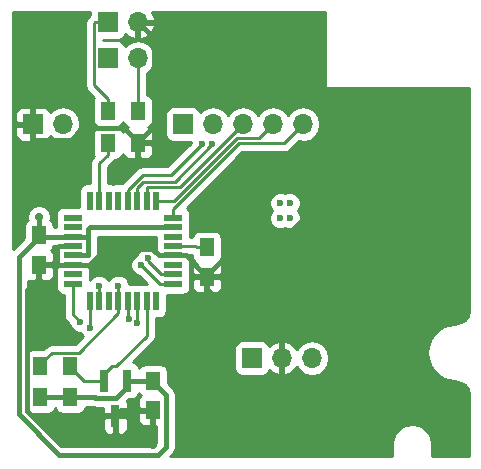
<source format=gbl>
G04 #@! TF.FileFunction,Copper,L2,Bot,Signal*
%FSLAX46Y46*%
G04 Gerber Fmt 4.6, Leading zero omitted, Abs format (unit mm)*
G04 Created by KiCad (PCBNEW 4.0.6-e0-6349~53~ubuntu16.04.1) date Sun Jul  2 13:03:49 2017*
%MOMM*%
%LPD*%
G01*
G04 APERTURE LIST*
%ADD10C,0.100000*%
%ADD11R,1.700000X1.700000*%
%ADD12O,1.700000X1.700000*%
%ADD13R,1.250000X1.500000*%
%ADD14R,1.300000X1.500000*%
%ADD15R,0.800000X1.900000*%
%ADD16R,1.600000X0.550000*%
%ADD17R,0.550000X1.600000*%
%ADD18C,0.600000*%
%ADD19C,0.700000*%
%ADD20C,0.400000*%
%ADD21C,0.250000*%
%ADD22C,0.254000*%
G04 APERTURE END LIST*
D10*
D11*
X170942000Y-140970000D03*
D12*
X173482000Y-140970000D03*
X176022000Y-140970000D03*
D11*
X158750000Y-112522000D03*
D12*
X161290000Y-112522000D03*
D13*
X152908000Y-130576000D03*
X152908000Y-133076000D03*
X167132000Y-131592000D03*
X167132000Y-134092000D03*
X162560000Y-142875000D03*
X162560000Y-145375000D03*
D14*
X158750000Y-120062000D03*
X158750000Y-122762000D03*
X155575000Y-141605000D03*
X155575000Y-144305000D03*
X153035000Y-144305000D03*
X153035000Y-141605000D03*
X161290000Y-122762000D03*
X161290000Y-120062000D03*
D15*
X158435000Y-142875000D03*
X160335000Y-142875000D03*
X159385000Y-145875000D03*
D11*
X158750000Y-115570000D03*
D12*
X161290000Y-115570000D03*
D11*
X152400000Y-121158000D03*
D12*
X154940000Y-121158000D03*
D16*
X155770000Y-134685000D03*
X155770000Y-133885000D03*
X155770000Y-133085000D03*
X155770000Y-132285000D03*
X155770000Y-131485000D03*
X155770000Y-130685000D03*
X155770000Y-129885000D03*
X155770000Y-129085000D03*
D17*
X157220000Y-127635000D03*
X158020000Y-127635000D03*
X158820000Y-127635000D03*
X159620000Y-127635000D03*
X160420000Y-127635000D03*
X161220000Y-127635000D03*
X162020000Y-127635000D03*
X162820000Y-127635000D03*
D16*
X164270000Y-129085000D03*
X164270000Y-129885000D03*
X164270000Y-130685000D03*
X164270000Y-131485000D03*
X164270000Y-132285000D03*
X164270000Y-133085000D03*
X164270000Y-133885000D03*
X164270000Y-134685000D03*
D17*
X162820000Y-136135000D03*
X162020000Y-136135000D03*
X161220000Y-136135000D03*
X160420000Y-136135000D03*
X159620000Y-136135000D03*
X158820000Y-136135000D03*
X158020000Y-136135000D03*
X157220000Y-136135000D03*
D11*
X165100000Y-121158000D03*
D12*
X167640000Y-121158000D03*
X170180000Y-121158000D03*
X172720000Y-121158000D03*
X175260000Y-121158000D03*
D18*
X174174800Y-129138400D03*
X173324800Y-129138400D03*
X174174800Y-127838400D03*
X173324800Y-127838400D03*
D19*
X152908000Y-129032000D03*
X169164000Y-137160000D03*
X160274000Y-131730312D03*
X168910000Y-128270000D03*
X176808069Y-126410151D03*
X162560000Y-148336000D03*
X184404000Y-133096000D03*
D18*
X159639000Y-134848600D03*
X156425997Y-137922000D03*
X166703977Y-122866255D03*
X167579058Y-122875058D03*
X161544000Y-133096000D03*
X162109687Y-132530313D03*
X161243543Y-138025771D03*
X160528000Y-137668000D03*
X158013400Y-134848600D03*
X157226000Y-138430000D03*
D20*
X162560000Y-142875000D02*
X162560000Y-143000000D01*
X162968001Y-149186001D02*
X154626037Y-149186001D01*
X162560000Y-143000000D02*
X163685001Y-144125001D01*
X163685001Y-144125001D02*
X163685001Y-148469001D01*
X163685001Y-148469001D02*
X162968001Y-149186001D01*
X154626037Y-149186001D02*
X151184989Y-145744954D01*
X151184989Y-132424011D02*
X152908000Y-130701000D01*
X151184989Y-145744954D02*
X151184989Y-132424011D01*
X152908000Y-130701000D02*
X152908000Y-130576000D01*
X152908000Y-130576000D02*
X152908000Y-129032000D01*
X157233001Y-129885000D02*
X157070001Y-130048000D01*
X157070001Y-130584999D02*
X156970000Y-130685000D01*
X157070001Y-130048000D02*
X157070001Y-130584999D01*
X156970000Y-130685000D02*
X155770000Y-130685000D01*
X164270000Y-129885000D02*
X157233001Y-129885000D01*
X162560000Y-142875000D02*
X160335000Y-142875000D01*
X157634999Y-144325001D02*
X159434999Y-144325001D01*
X159434999Y-144325001D02*
X160335000Y-143425000D01*
X155575000Y-144305000D02*
X157614998Y-144305000D01*
X157614998Y-144305000D02*
X157634999Y-144325001D01*
X155770000Y-130685000D02*
X156945002Y-130685000D01*
X156970000Y-132285000D02*
X155770000Y-132285000D01*
X156945002Y-130685000D02*
X157070001Y-130809999D01*
X157070001Y-130809999D02*
X157070001Y-132209999D01*
X157070001Y-132209999D02*
X156995000Y-132285000D01*
X156995000Y-132285000D02*
X156970000Y-132285000D01*
X152908000Y-130576000D02*
X153017000Y-130685000D01*
X153017000Y-130685000D02*
X155770000Y-130685000D01*
X160335000Y-143425000D02*
X160335000Y-142875000D01*
X153035000Y-144305000D02*
X155575000Y-144305000D01*
X167132000Y-134092000D02*
X167132000Y-135128000D01*
X167132000Y-135128000D02*
X169164000Y-137160000D01*
X162515312Y-131730312D02*
X160274000Y-131730312D01*
X155770000Y-133085000D02*
X157184963Y-133085000D01*
X157184963Y-133085000D02*
X158539651Y-131730312D01*
X158539651Y-131730312D02*
X160274000Y-131730312D01*
X152908000Y-134226000D02*
X151884999Y-135249001D01*
X152908000Y-133076000D02*
X152908000Y-134226000D01*
X151884999Y-135249001D02*
X151884999Y-145455001D01*
X151884999Y-145455001D02*
X154765998Y-148336000D01*
X154765998Y-148336000D02*
X162065026Y-148336000D01*
X162065026Y-148336000D02*
X162560000Y-148336000D01*
X167132000Y-134092000D02*
X167132000Y-133967000D01*
X167132000Y-133967000D02*
X168910000Y-132189000D01*
X168910000Y-132189000D02*
X168910000Y-128270000D01*
X167132000Y-134092000D02*
X170405202Y-134092000D01*
X170405202Y-134092000D02*
X176808069Y-127689133D01*
X176808069Y-127689133D02*
X176808069Y-126410151D01*
X161290000Y-122762000D02*
X161290000Y-122662000D01*
X161290000Y-122662000D02*
X160139999Y-121511999D01*
X152400000Y-122408000D02*
X152400000Y-121158000D01*
X160139999Y-121511999D02*
X156584003Y-121511999D01*
X156584003Y-121511999D02*
X155588001Y-122508001D01*
X155588001Y-122508001D02*
X152500001Y-122508001D01*
X152500001Y-122508001D02*
X152400000Y-122408000D01*
X161290000Y-122662000D02*
X162640001Y-121311999D01*
X162640001Y-121311999D02*
X162640001Y-113872001D01*
X162640001Y-113872001D02*
X162139999Y-113371999D01*
X162139999Y-113371999D02*
X161290000Y-112522000D01*
X164270000Y-132285000D02*
X163070000Y-132285000D01*
X163070000Y-132285000D02*
X162515312Y-131730312D01*
X162560000Y-145375000D02*
X159885000Y-145375000D01*
X159885000Y-145375000D02*
X159385000Y-145875000D01*
X162560000Y-145375000D02*
X162560000Y-148336000D01*
X167132000Y-134092000D02*
X165325000Y-132285000D01*
X165325000Y-132285000D02*
X164270000Y-132285000D01*
X155770000Y-131485000D02*
X154594998Y-131485000D01*
X154594998Y-131485000D02*
X154469999Y-131609999D01*
X154469999Y-131609999D02*
X154469999Y-132984999D01*
X154469999Y-132984999D02*
X154570000Y-133085000D01*
X154570000Y-133085000D02*
X155770000Y-133085000D01*
X152908000Y-133076000D02*
X155761000Y-133076000D01*
X155761000Y-133076000D02*
X155770000Y-133085000D01*
D21*
X167132000Y-131592000D02*
X166257000Y-131592000D01*
X166257000Y-131592000D02*
X166150000Y-131485000D01*
X166150000Y-131485000D02*
X165320000Y-131485000D01*
X165320000Y-131485000D02*
X164270000Y-131485000D01*
X159620000Y-136135000D02*
X159620000Y-134867600D01*
X159620000Y-134867600D02*
X159639000Y-134848600D01*
X159620000Y-136135000D02*
X159620000Y-137185000D01*
X159620000Y-137185000D02*
X156275001Y-140529999D01*
X156275001Y-140529999D02*
X154010001Y-140529999D01*
X154010001Y-140529999D02*
X153035000Y-141505000D01*
X153035000Y-141505000D02*
X153035000Y-141605000D01*
X155770000Y-134685000D02*
X155770000Y-137266003D01*
X155770000Y-137266003D02*
X156425997Y-137922000D01*
X161692590Y-125476000D02*
X164094232Y-125476000D01*
X164094232Y-125476000D02*
X166703977Y-122866255D01*
X160420000Y-127635000D02*
X160420000Y-126748590D01*
X160420000Y-126748590D02*
X161692590Y-125476000D01*
X164394127Y-126059989D02*
X161745010Y-126059990D01*
X161745010Y-126059990D02*
X161220000Y-126585000D01*
X161220000Y-126585000D02*
X161220000Y-127635000D01*
X167579058Y-122875058D02*
X164394127Y-126059989D01*
X170180000Y-121158000D02*
X164828001Y-126509999D01*
X164828001Y-126509999D02*
X162095001Y-126509999D01*
X162095001Y-126509999D02*
X162020000Y-126585000D01*
X162020000Y-126585000D02*
X162020000Y-127635000D01*
X169641409Y-122333001D02*
X164339410Y-127635000D01*
X164339410Y-127635000D02*
X162820000Y-127635000D01*
X172720000Y-121158000D02*
X171544999Y-122333001D01*
X171544999Y-122333001D02*
X169641409Y-122333001D01*
X169827809Y-122783011D02*
X164270000Y-128340820D01*
X164270000Y-128340820D02*
X164270000Y-129085000D01*
X175260000Y-121158000D02*
X173634989Y-122783011D01*
X173634989Y-122783011D02*
X169827809Y-122783011D01*
X164270000Y-134685000D02*
X163118577Y-134685000D01*
X163118577Y-134685000D02*
X161544000Y-133110423D01*
X161544000Y-133110423D02*
X161544000Y-133096000D01*
X164205000Y-134620000D02*
X164270000Y-134685000D01*
X161290000Y-120062000D02*
X161290000Y-119062000D01*
X161290000Y-119062000D02*
X161290000Y-115570000D01*
X164270000Y-133885000D02*
X163220000Y-133885000D01*
X162109687Y-132774687D02*
X162109687Y-132530313D01*
X163220000Y-133885000D02*
X162109687Y-132774687D01*
X162020000Y-136135000D02*
X162020000Y-139074998D01*
X162020000Y-139074998D02*
X159419998Y-141675000D01*
X159419998Y-141675000D02*
X159085000Y-141675000D01*
X159085000Y-141675000D02*
X158435000Y-142325000D01*
X158435000Y-142325000D02*
X158435000Y-142875000D01*
X158435000Y-142875000D02*
X156745000Y-142875000D01*
X156745000Y-142875000D02*
X155575000Y-141705000D01*
X155575000Y-141705000D02*
X155575000Y-141605000D01*
X161220000Y-136135000D02*
X161220000Y-138002228D01*
X161220000Y-138002228D02*
X161243543Y-138025771D01*
X161290000Y-136065000D02*
X161220000Y-136135000D01*
X160420000Y-136135000D02*
X160420000Y-137560000D01*
X160420000Y-137560000D02*
X160528000Y-137668000D01*
X160274000Y-135989000D02*
X160420000Y-136135000D01*
X160528000Y-136027000D02*
X160420000Y-136135000D01*
X158020000Y-136135000D02*
X158020000Y-134855200D01*
X158020000Y-134855200D02*
X158013400Y-134848600D01*
X157988000Y-136103000D02*
X158020000Y-136135000D01*
X157220000Y-136135000D02*
X157220000Y-138424000D01*
X157220000Y-138424000D02*
X157226000Y-138430000D01*
X157226000Y-136141000D02*
X157220000Y-136135000D01*
X158750000Y-120062000D02*
X158750000Y-119062000D01*
X158750000Y-119062000D02*
X157574999Y-117886999D01*
X157574999Y-117886999D02*
X157574999Y-112597001D01*
X157650000Y-112522000D02*
X158750000Y-112522000D01*
X157574999Y-112597001D02*
X157650000Y-112522000D01*
X158750000Y-122762000D02*
X158750000Y-123762000D01*
X158750000Y-123762000D02*
X158020000Y-124492000D01*
X158020000Y-124492000D02*
X158020000Y-126585000D01*
X158020000Y-126585000D02*
X158020000Y-127635000D01*
D22*
G36*
X177123000Y-118000000D02*
X177131685Y-118046159D01*
X177158965Y-118088553D01*
X177200590Y-118116994D01*
X177250000Y-118127000D01*
X189290000Y-118127000D01*
X189290000Y-136930069D01*
X189197983Y-137392667D01*
X188975555Y-137725555D01*
X188642666Y-137947984D01*
X188111486Y-138053642D01*
X188111481Y-138053644D01*
X187441790Y-138186853D01*
X187313819Y-138239861D01*
X187185849Y-138292867D01*
X186618108Y-138672219D01*
X186520164Y-138770164D01*
X186422219Y-138868108D01*
X186042867Y-139435849D01*
X186009321Y-139516838D01*
X185936853Y-139691790D01*
X185803642Y-140361486D01*
X185803643Y-140500000D01*
X185803642Y-140638514D01*
X185936853Y-141308210D01*
X185980740Y-141414161D01*
X186042867Y-141564151D01*
X186422219Y-142131892D01*
X186520164Y-142229836D01*
X186618108Y-142327781D01*
X187185849Y-142707133D01*
X187313819Y-142760139D01*
X187441790Y-142813147D01*
X188111481Y-142946356D01*
X188111486Y-142946358D01*
X188642666Y-143052016D01*
X188975555Y-143274445D01*
X189197983Y-143607333D01*
X189290000Y-144069931D01*
X189290000Y-149290000D01*
X186210000Y-149290000D01*
X186210000Y-148250000D01*
X186196358Y-148181416D01*
X186196358Y-148111486D01*
X186120238Y-147728804D01*
X186014223Y-147472863D01*
X186014223Y-147472862D01*
X185797451Y-147148438D01*
X185601562Y-146952550D01*
X185601561Y-146952549D01*
X185277138Y-146735776D01*
X185093368Y-146659657D01*
X185021196Y-146629762D01*
X184638513Y-146553642D01*
X184500000Y-146553642D01*
X183978804Y-146629762D01*
X183906632Y-146659657D01*
X183722862Y-146735777D01*
X183398438Y-146952549D01*
X183239501Y-147111487D01*
X183202549Y-147148439D01*
X182985776Y-147472862D01*
X182935581Y-147594046D01*
X182879762Y-147728804D01*
X182803642Y-148111487D01*
X182803642Y-148181416D01*
X182790000Y-148250000D01*
X182790000Y-149290000D01*
X164044870Y-149290000D01*
X164275435Y-149059435D01*
X164456440Y-148788542D01*
X164520001Y-148469001D01*
X164520001Y-144125001D01*
X164510342Y-144076441D01*
X164456441Y-143805461D01*
X164275435Y-143534567D01*
X163832440Y-143091572D01*
X163832440Y-142125000D01*
X163788162Y-141889683D01*
X163649090Y-141673559D01*
X163436890Y-141528569D01*
X163185000Y-141477560D01*
X161935000Y-141477560D01*
X161699683Y-141521838D01*
X161483559Y-141660910D01*
X161365312Y-141833971D01*
X161338162Y-141689683D01*
X161199090Y-141473559D01*
X160986890Y-141328569D01*
X160865760Y-141304040D01*
X162049800Y-140120000D01*
X169444560Y-140120000D01*
X169444560Y-141820000D01*
X169488838Y-142055317D01*
X169627910Y-142271441D01*
X169840110Y-142416431D01*
X170092000Y-142467440D01*
X171792000Y-142467440D01*
X172027317Y-142423162D01*
X172243441Y-142284090D01*
X172388431Y-142071890D01*
X172410301Y-141963893D01*
X172715076Y-142241645D01*
X173125110Y-142411476D01*
X173355000Y-142290155D01*
X173355000Y-141097000D01*
X173335000Y-141097000D01*
X173335000Y-140843000D01*
X173355000Y-140843000D01*
X173355000Y-139649845D01*
X173609000Y-139649845D01*
X173609000Y-140843000D01*
X173629000Y-140843000D01*
X173629000Y-141097000D01*
X173609000Y-141097000D01*
X173609000Y-142290155D01*
X173838890Y-142411476D01*
X174248924Y-142241645D01*
X174677183Y-141851358D01*
X174744298Y-141708447D01*
X174971946Y-142049147D01*
X175453715Y-142371054D01*
X176022000Y-142484093D01*
X176590285Y-142371054D01*
X177072054Y-142049147D01*
X177393961Y-141567378D01*
X177507000Y-140999093D01*
X177507000Y-140940907D01*
X177393961Y-140372622D01*
X177072054Y-139890853D01*
X176590285Y-139568946D01*
X176022000Y-139455907D01*
X175453715Y-139568946D01*
X174971946Y-139890853D01*
X174744298Y-140231553D01*
X174677183Y-140088642D01*
X174248924Y-139698355D01*
X173838890Y-139528524D01*
X173609000Y-139649845D01*
X173355000Y-139649845D01*
X173125110Y-139528524D01*
X172715076Y-139698355D01*
X172412063Y-139974501D01*
X172395162Y-139884683D01*
X172256090Y-139668559D01*
X172043890Y-139523569D01*
X171792000Y-139472560D01*
X170092000Y-139472560D01*
X169856683Y-139516838D01*
X169640559Y-139655910D01*
X169495569Y-139868110D01*
X169444560Y-140120000D01*
X162049800Y-140120000D01*
X162557401Y-139612399D01*
X162722148Y-139365837D01*
X162780000Y-139074998D01*
X162780000Y-137582440D01*
X163095000Y-137582440D01*
X163330317Y-137538162D01*
X163546441Y-137399090D01*
X163691431Y-137186890D01*
X163742440Y-136935000D01*
X163742440Y-135607440D01*
X165070000Y-135607440D01*
X165305317Y-135563162D01*
X165521441Y-135424090D01*
X165666431Y-135211890D01*
X165717440Y-134960000D01*
X165717440Y-134410000D01*
X165711372Y-134377750D01*
X165872000Y-134377750D01*
X165872000Y-134968309D01*
X165968673Y-135201698D01*
X166147301Y-135380327D01*
X166380690Y-135477000D01*
X166846250Y-135477000D01*
X167005000Y-135318250D01*
X167005000Y-134219000D01*
X167259000Y-134219000D01*
X167259000Y-135318250D01*
X167417750Y-135477000D01*
X167883310Y-135477000D01*
X168116699Y-135380327D01*
X168295327Y-135201698D01*
X168392000Y-134968309D01*
X168392000Y-134377750D01*
X168233250Y-134219000D01*
X167259000Y-134219000D01*
X167005000Y-134219000D01*
X166030750Y-134219000D01*
X165872000Y-134377750D01*
X165711372Y-134377750D01*
X165693056Y-134280411D01*
X165717440Y-134160000D01*
X165717440Y-133610000D01*
X165693056Y-133480411D01*
X165717440Y-133360000D01*
X165717440Y-132810000D01*
X165697550Y-132704295D01*
X165705000Y-132686310D01*
X165705000Y-132570750D01*
X165608599Y-132474349D01*
X165534090Y-132358559D01*
X165426603Y-132285116D01*
X165488946Y-132245000D01*
X165859560Y-132245000D01*
X165859560Y-132342000D01*
X165903838Y-132577317D01*
X166042910Y-132793441D01*
X166111006Y-132839969D01*
X165968673Y-132982302D01*
X165872000Y-133215691D01*
X165872000Y-133806250D01*
X166030750Y-133965000D01*
X167005000Y-133965000D01*
X167005000Y-133945000D01*
X167259000Y-133945000D01*
X167259000Y-133965000D01*
X168233250Y-133965000D01*
X168392000Y-133806250D01*
X168392000Y-133215691D01*
X168295327Y-132982302D01*
X168154090Y-132841064D01*
X168208441Y-132806090D01*
X168353431Y-132593890D01*
X168404440Y-132342000D01*
X168404440Y-130842000D01*
X168360162Y-130606683D01*
X168221090Y-130390559D01*
X168008890Y-130245569D01*
X167757000Y-130194560D01*
X166507000Y-130194560D01*
X166271683Y-130238838D01*
X166055559Y-130377910D01*
X165910569Y-130590110D01*
X165883253Y-130725000D01*
X165717440Y-130725000D01*
X165717440Y-130410000D01*
X165693056Y-130280411D01*
X165717440Y-130160000D01*
X165717440Y-129610000D01*
X165693056Y-129480411D01*
X165717440Y-129360000D01*
X165717440Y-128810000D01*
X165673162Y-128574683D01*
X165534090Y-128358559D01*
X165411099Y-128274523D01*
X165662055Y-128023567D01*
X172389638Y-128023567D01*
X172531683Y-128367343D01*
X172652510Y-128488381D01*
X172532608Y-128608073D01*
X172389962Y-128951601D01*
X172389638Y-129323567D01*
X172531683Y-129667343D01*
X172794473Y-129930592D01*
X173138001Y-130073238D01*
X173509967Y-130073562D01*
X173749966Y-129974397D01*
X173988001Y-130073238D01*
X174359967Y-130073562D01*
X174703743Y-129931517D01*
X174966992Y-129668727D01*
X175109638Y-129325199D01*
X175109962Y-128953233D01*
X174967917Y-128609457D01*
X174847090Y-128488419D01*
X174966992Y-128368727D01*
X175109638Y-128025199D01*
X175109962Y-127653233D01*
X174967917Y-127309457D01*
X174705127Y-127046208D01*
X174361599Y-126903562D01*
X173989633Y-126903238D01*
X173749634Y-127002403D01*
X173511599Y-126903562D01*
X173139633Y-126903238D01*
X172795857Y-127045283D01*
X172532608Y-127308073D01*
X172389962Y-127651601D01*
X172389638Y-128023567D01*
X165662055Y-128023567D01*
X170142611Y-123543011D01*
X173634989Y-123543011D01*
X173925828Y-123485159D01*
X174172390Y-123320412D01*
X174893592Y-122599210D01*
X175260000Y-122672093D01*
X175828285Y-122559054D01*
X176310054Y-122237147D01*
X176631961Y-121755378D01*
X176745000Y-121187093D01*
X176745000Y-121128907D01*
X176631961Y-120560622D01*
X176310054Y-120078853D01*
X175828285Y-119756946D01*
X175260000Y-119643907D01*
X174691715Y-119756946D01*
X174209946Y-120078853D01*
X173990000Y-120408026D01*
X173770054Y-120078853D01*
X173288285Y-119756946D01*
X172720000Y-119643907D01*
X172151715Y-119756946D01*
X171669946Y-120078853D01*
X171450000Y-120408026D01*
X171230054Y-120078853D01*
X170748285Y-119756946D01*
X170180000Y-119643907D01*
X169611715Y-119756946D01*
X169129946Y-120078853D01*
X168910000Y-120408026D01*
X168690054Y-120078853D01*
X168208285Y-119756946D01*
X167640000Y-119643907D01*
X167071715Y-119756946D01*
X166589946Y-120078853D01*
X166562150Y-120120452D01*
X166553162Y-120072683D01*
X166414090Y-119856559D01*
X166201890Y-119711569D01*
X165950000Y-119660560D01*
X164250000Y-119660560D01*
X164014683Y-119704838D01*
X163798559Y-119843910D01*
X163653569Y-120056110D01*
X163602560Y-120308000D01*
X163602560Y-122008000D01*
X163646838Y-122243317D01*
X163785910Y-122459441D01*
X163998110Y-122604431D01*
X164250000Y-122655440D01*
X165779111Y-122655440D01*
X165769139Y-122679456D01*
X165769098Y-122726332D01*
X163779430Y-124716000D01*
X161692590Y-124716000D01*
X161401751Y-124773852D01*
X161155189Y-124938599D01*
X159904337Y-126189451D01*
X159895000Y-126187560D01*
X159345000Y-126187560D01*
X159215411Y-126211944D01*
X159095000Y-126187560D01*
X158780000Y-126187560D01*
X158780000Y-124806802D01*
X159287401Y-124299401D01*
X159380920Y-124159440D01*
X159400000Y-124159440D01*
X159635317Y-124115162D01*
X159851441Y-123976090D01*
X159996431Y-123763890D01*
X160016325Y-123665650D01*
X160101673Y-123871698D01*
X160280301Y-124050327D01*
X160513690Y-124147000D01*
X161004250Y-124147000D01*
X161163000Y-123988250D01*
X161163000Y-122889000D01*
X161417000Y-122889000D01*
X161417000Y-123988250D01*
X161575750Y-124147000D01*
X162066310Y-124147000D01*
X162299699Y-124050327D01*
X162478327Y-123871698D01*
X162575000Y-123638309D01*
X162575000Y-123047750D01*
X162416250Y-122889000D01*
X161417000Y-122889000D01*
X161163000Y-122889000D01*
X161143000Y-122889000D01*
X161143000Y-122635000D01*
X161163000Y-122635000D01*
X161163000Y-122615000D01*
X161417000Y-122615000D01*
X161417000Y-122635000D01*
X162416250Y-122635000D01*
X162575000Y-122476250D01*
X162575000Y-121885691D01*
X162478327Y-121652302D01*
X162299699Y-121473673D01*
X162163713Y-121417346D01*
X162175317Y-121415162D01*
X162391441Y-121276090D01*
X162536431Y-121063890D01*
X162587440Y-120812000D01*
X162587440Y-119312000D01*
X162543162Y-119076683D01*
X162404090Y-118860559D01*
X162191890Y-118715569D01*
X162050000Y-118686836D01*
X162050000Y-116842954D01*
X162340054Y-116649147D01*
X162661961Y-116167378D01*
X162775000Y-115599093D01*
X162775000Y-115540907D01*
X162661961Y-114972622D01*
X162340054Y-114490853D01*
X161858285Y-114168946D01*
X161290000Y-114055907D01*
X160721715Y-114168946D01*
X160239946Y-114490853D01*
X160212150Y-114532452D01*
X160203162Y-114484683D01*
X160064090Y-114268559D01*
X159851890Y-114123569D01*
X159600000Y-114072560D01*
X158334999Y-114072560D01*
X158334999Y-114019440D01*
X159600000Y-114019440D01*
X159835317Y-113975162D01*
X160051441Y-113836090D01*
X160196431Y-113623890D01*
X160218301Y-113515893D01*
X160523076Y-113793645D01*
X160933110Y-113963476D01*
X161163000Y-113842155D01*
X161163000Y-112649000D01*
X161417000Y-112649000D01*
X161417000Y-113842155D01*
X161646890Y-113963476D01*
X162056924Y-113793645D01*
X162485183Y-113403358D01*
X162731486Y-112878892D01*
X162610819Y-112649000D01*
X161417000Y-112649000D01*
X161163000Y-112649000D01*
X161143000Y-112649000D01*
X161143000Y-112395000D01*
X161163000Y-112395000D01*
X161163000Y-112375000D01*
X161417000Y-112375000D01*
X161417000Y-112395000D01*
X162610819Y-112395000D01*
X162731486Y-112165108D01*
X162517755Y-111710000D01*
X177123000Y-111710000D01*
X177123000Y-118000000D01*
X177123000Y-118000000D01*
G37*
X177123000Y-118000000D02*
X177131685Y-118046159D01*
X177158965Y-118088553D01*
X177200590Y-118116994D01*
X177250000Y-118127000D01*
X189290000Y-118127000D01*
X189290000Y-136930069D01*
X189197983Y-137392667D01*
X188975555Y-137725555D01*
X188642666Y-137947984D01*
X188111486Y-138053642D01*
X188111481Y-138053644D01*
X187441790Y-138186853D01*
X187313819Y-138239861D01*
X187185849Y-138292867D01*
X186618108Y-138672219D01*
X186520164Y-138770164D01*
X186422219Y-138868108D01*
X186042867Y-139435849D01*
X186009321Y-139516838D01*
X185936853Y-139691790D01*
X185803642Y-140361486D01*
X185803643Y-140500000D01*
X185803642Y-140638514D01*
X185936853Y-141308210D01*
X185980740Y-141414161D01*
X186042867Y-141564151D01*
X186422219Y-142131892D01*
X186520164Y-142229836D01*
X186618108Y-142327781D01*
X187185849Y-142707133D01*
X187313819Y-142760139D01*
X187441790Y-142813147D01*
X188111481Y-142946356D01*
X188111486Y-142946358D01*
X188642666Y-143052016D01*
X188975555Y-143274445D01*
X189197983Y-143607333D01*
X189290000Y-144069931D01*
X189290000Y-149290000D01*
X186210000Y-149290000D01*
X186210000Y-148250000D01*
X186196358Y-148181416D01*
X186196358Y-148111486D01*
X186120238Y-147728804D01*
X186014223Y-147472863D01*
X186014223Y-147472862D01*
X185797451Y-147148438D01*
X185601562Y-146952550D01*
X185601561Y-146952549D01*
X185277138Y-146735776D01*
X185093368Y-146659657D01*
X185021196Y-146629762D01*
X184638513Y-146553642D01*
X184500000Y-146553642D01*
X183978804Y-146629762D01*
X183906632Y-146659657D01*
X183722862Y-146735777D01*
X183398438Y-146952549D01*
X183239501Y-147111487D01*
X183202549Y-147148439D01*
X182985776Y-147472862D01*
X182935581Y-147594046D01*
X182879762Y-147728804D01*
X182803642Y-148111487D01*
X182803642Y-148181416D01*
X182790000Y-148250000D01*
X182790000Y-149290000D01*
X164044870Y-149290000D01*
X164275435Y-149059435D01*
X164456440Y-148788542D01*
X164520001Y-148469001D01*
X164520001Y-144125001D01*
X164510342Y-144076441D01*
X164456441Y-143805461D01*
X164275435Y-143534567D01*
X163832440Y-143091572D01*
X163832440Y-142125000D01*
X163788162Y-141889683D01*
X163649090Y-141673559D01*
X163436890Y-141528569D01*
X163185000Y-141477560D01*
X161935000Y-141477560D01*
X161699683Y-141521838D01*
X161483559Y-141660910D01*
X161365312Y-141833971D01*
X161338162Y-141689683D01*
X161199090Y-141473559D01*
X160986890Y-141328569D01*
X160865760Y-141304040D01*
X162049800Y-140120000D01*
X169444560Y-140120000D01*
X169444560Y-141820000D01*
X169488838Y-142055317D01*
X169627910Y-142271441D01*
X169840110Y-142416431D01*
X170092000Y-142467440D01*
X171792000Y-142467440D01*
X172027317Y-142423162D01*
X172243441Y-142284090D01*
X172388431Y-142071890D01*
X172410301Y-141963893D01*
X172715076Y-142241645D01*
X173125110Y-142411476D01*
X173355000Y-142290155D01*
X173355000Y-141097000D01*
X173335000Y-141097000D01*
X173335000Y-140843000D01*
X173355000Y-140843000D01*
X173355000Y-139649845D01*
X173609000Y-139649845D01*
X173609000Y-140843000D01*
X173629000Y-140843000D01*
X173629000Y-141097000D01*
X173609000Y-141097000D01*
X173609000Y-142290155D01*
X173838890Y-142411476D01*
X174248924Y-142241645D01*
X174677183Y-141851358D01*
X174744298Y-141708447D01*
X174971946Y-142049147D01*
X175453715Y-142371054D01*
X176022000Y-142484093D01*
X176590285Y-142371054D01*
X177072054Y-142049147D01*
X177393961Y-141567378D01*
X177507000Y-140999093D01*
X177507000Y-140940907D01*
X177393961Y-140372622D01*
X177072054Y-139890853D01*
X176590285Y-139568946D01*
X176022000Y-139455907D01*
X175453715Y-139568946D01*
X174971946Y-139890853D01*
X174744298Y-140231553D01*
X174677183Y-140088642D01*
X174248924Y-139698355D01*
X173838890Y-139528524D01*
X173609000Y-139649845D01*
X173355000Y-139649845D01*
X173125110Y-139528524D01*
X172715076Y-139698355D01*
X172412063Y-139974501D01*
X172395162Y-139884683D01*
X172256090Y-139668559D01*
X172043890Y-139523569D01*
X171792000Y-139472560D01*
X170092000Y-139472560D01*
X169856683Y-139516838D01*
X169640559Y-139655910D01*
X169495569Y-139868110D01*
X169444560Y-140120000D01*
X162049800Y-140120000D01*
X162557401Y-139612399D01*
X162722148Y-139365837D01*
X162780000Y-139074998D01*
X162780000Y-137582440D01*
X163095000Y-137582440D01*
X163330317Y-137538162D01*
X163546441Y-137399090D01*
X163691431Y-137186890D01*
X163742440Y-136935000D01*
X163742440Y-135607440D01*
X165070000Y-135607440D01*
X165305317Y-135563162D01*
X165521441Y-135424090D01*
X165666431Y-135211890D01*
X165717440Y-134960000D01*
X165717440Y-134410000D01*
X165711372Y-134377750D01*
X165872000Y-134377750D01*
X165872000Y-134968309D01*
X165968673Y-135201698D01*
X166147301Y-135380327D01*
X166380690Y-135477000D01*
X166846250Y-135477000D01*
X167005000Y-135318250D01*
X167005000Y-134219000D01*
X167259000Y-134219000D01*
X167259000Y-135318250D01*
X167417750Y-135477000D01*
X167883310Y-135477000D01*
X168116699Y-135380327D01*
X168295327Y-135201698D01*
X168392000Y-134968309D01*
X168392000Y-134377750D01*
X168233250Y-134219000D01*
X167259000Y-134219000D01*
X167005000Y-134219000D01*
X166030750Y-134219000D01*
X165872000Y-134377750D01*
X165711372Y-134377750D01*
X165693056Y-134280411D01*
X165717440Y-134160000D01*
X165717440Y-133610000D01*
X165693056Y-133480411D01*
X165717440Y-133360000D01*
X165717440Y-132810000D01*
X165697550Y-132704295D01*
X165705000Y-132686310D01*
X165705000Y-132570750D01*
X165608599Y-132474349D01*
X165534090Y-132358559D01*
X165426603Y-132285116D01*
X165488946Y-132245000D01*
X165859560Y-132245000D01*
X165859560Y-132342000D01*
X165903838Y-132577317D01*
X166042910Y-132793441D01*
X166111006Y-132839969D01*
X165968673Y-132982302D01*
X165872000Y-133215691D01*
X165872000Y-133806250D01*
X166030750Y-133965000D01*
X167005000Y-133965000D01*
X167005000Y-133945000D01*
X167259000Y-133945000D01*
X167259000Y-133965000D01*
X168233250Y-133965000D01*
X168392000Y-133806250D01*
X168392000Y-133215691D01*
X168295327Y-132982302D01*
X168154090Y-132841064D01*
X168208441Y-132806090D01*
X168353431Y-132593890D01*
X168404440Y-132342000D01*
X168404440Y-130842000D01*
X168360162Y-130606683D01*
X168221090Y-130390559D01*
X168008890Y-130245569D01*
X167757000Y-130194560D01*
X166507000Y-130194560D01*
X166271683Y-130238838D01*
X166055559Y-130377910D01*
X165910569Y-130590110D01*
X165883253Y-130725000D01*
X165717440Y-130725000D01*
X165717440Y-130410000D01*
X165693056Y-130280411D01*
X165717440Y-130160000D01*
X165717440Y-129610000D01*
X165693056Y-129480411D01*
X165717440Y-129360000D01*
X165717440Y-128810000D01*
X165673162Y-128574683D01*
X165534090Y-128358559D01*
X165411099Y-128274523D01*
X165662055Y-128023567D01*
X172389638Y-128023567D01*
X172531683Y-128367343D01*
X172652510Y-128488381D01*
X172532608Y-128608073D01*
X172389962Y-128951601D01*
X172389638Y-129323567D01*
X172531683Y-129667343D01*
X172794473Y-129930592D01*
X173138001Y-130073238D01*
X173509967Y-130073562D01*
X173749966Y-129974397D01*
X173988001Y-130073238D01*
X174359967Y-130073562D01*
X174703743Y-129931517D01*
X174966992Y-129668727D01*
X175109638Y-129325199D01*
X175109962Y-128953233D01*
X174967917Y-128609457D01*
X174847090Y-128488419D01*
X174966992Y-128368727D01*
X175109638Y-128025199D01*
X175109962Y-127653233D01*
X174967917Y-127309457D01*
X174705127Y-127046208D01*
X174361599Y-126903562D01*
X173989633Y-126903238D01*
X173749634Y-127002403D01*
X173511599Y-126903562D01*
X173139633Y-126903238D01*
X172795857Y-127045283D01*
X172532608Y-127308073D01*
X172389962Y-127651601D01*
X172389638Y-128023567D01*
X165662055Y-128023567D01*
X170142611Y-123543011D01*
X173634989Y-123543011D01*
X173925828Y-123485159D01*
X174172390Y-123320412D01*
X174893592Y-122599210D01*
X175260000Y-122672093D01*
X175828285Y-122559054D01*
X176310054Y-122237147D01*
X176631961Y-121755378D01*
X176745000Y-121187093D01*
X176745000Y-121128907D01*
X176631961Y-120560622D01*
X176310054Y-120078853D01*
X175828285Y-119756946D01*
X175260000Y-119643907D01*
X174691715Y-119756946D01*
X174209946Y-120078853D01*
X173990000Y-120408026D01*
X173770054Y-120078853D01*
X173288285Y-119756946D01*
X172720000Y-119643907D01*
X172151715Y-119756946D01*
X171669946Y-120078853D01*
X171450000Y-120408026D01*
X171230054Y-120078853D01*
X170748285Y-119756946D01*
X170180000Y-119643907D01*
X169611715Y-119756946D01*
X169129946Y-120078853D01*
X168910000Y-120408026D01*
X168690054Y-120078853D01*
X168208285Y-119756946D01*
X167640000Y-119643907D01*
X167071715Y-119756946D01*
X166589946Y-120078853D01*
X166562150Y-120120452D01*
X166553162Y-120072683D01*
X166414090Y-119856559D01*
X166201890Y-119711569D01*
X165950000Y-119660560D01*
X164250000Y-119660560D01*
X164014683Y-119704838D01*
X163798559Y-119843910D01*
X163653569Y-120056110D01*
X163602560Y-120308000D01*
X163602560Y-122008000D01*
X163646838Y-122243317D01*
X163785910Y-122459441D01*
X163998110Y-122604431D01*
X164250000Y-122655440D01*
X165779111Y-122655440D01*
X165769139Y-122679456D01*
X165769098Y-122726332D01*
X163779430Y-124716000D01*
X161692590Y-124716000D01*
X161401751Y-124773852D01*
X161155189Y-124938599D01*
X159904337Y-126189451D01*
X159895000Y-126187560D01*
X159345000Y-126187560D01*
X159215411Y-126211944D01*
X159095000Y-126187560D01*
X158780000Y-126187560D01*
X158780000Y-124806802D01*
X159287401Y-124299401D01*
X159380920Y-124159440D01*
X159400000Y-124159440D01*
X159635317Y-124115162D01*
X159851441Y-123976090D01*
X159996431Y-123763890D01*
X160016325Y-123665650D01*
X160101673Y-123871698D01*
X160280301Y-124050327D01*
X160513690Y-124147000D01*
X161004250Y-124147000D01*
X161163000Y-123988250D01*
X161163000Y-122889000D01*
X161417000Y-122889000D01*
X161417000Y-123988250D01*
X161575750Y-124147000D01*
X162066310Y-124147000D01*
X162299699Y-124050327D01*
X162478327Y-123871698D01*
X162575000Y-123638309D01*
X162575000Y-123047750D01*
X162416250Y-122889000D01*
X161417000Y-122889000D01*
X161163000Y-122889000D01*
X161143000Y-122889000D01*
X161143000Y-122635000D01*
X161163000Y-122635000D01*
X161163000Y-122615000D01*
X161417000Y-122615000D01*
X161417000Y-122635000D01*
X162416250Y-122635000D01*
X162575000Y-122476250D01*
X162575000Y-121885691D01*
X162478327Y-121652302D01*
X162299699Y-121473673D01*
X162163713Y-121417346D01*
X162175317Y-121415162D01*
X162391441Y-121276090D01*
X162536431Y-121063890D01*
X162587440Y-120812000D01*
X162587440Y-119312000D01*
X162543162Y-119076683D01*
X162404090Y-118860559D01*
X162191890Y-118715569D01*
X162050000Y-118686836D01*
X162050000Y-116842954D01*
X162340054Y-116649147D01*
X162661961Y-116167378D01*
X162775000Y-115599093D01*
X162775000Y-115540907D01*
X162661961Y-114972622D01*
X162340054Y-114490853D01*
X161858285Y-114168946D01*
X161290000Y-114055907D01*
X160721715Y-114168946D01*
X160239946Y-114490853D01*
X160212150Y-114532452D01*
X160203162Y-114484683D01*
X160064090Y-114268559D01*
X159851890Y-114123569D01*
X159600000Y-114072560D01*
X158334999Y-114072560D01*
X158334999Y-114019440D01*
X159600000Y-114019440D01*
X159835317Y-113975162D01*
X160051441Y-113836090D01*
X160196431Y-113623890D01*
X160218301Y-113515893D01*
X160523076Y-113793645D01*
X160933110Y-113963476D01*
X161163000Y-113842155D01*
X161163000Y-112649000D01*
X161417000Y-112649000D01*
X161417000Y-113842155D01*
X161646890Y-113963476D01*
X162056924Y-113793645D01*
X162485183Y-113403358D01*
X162731486Y-112878892D01*
X162610819Y-112649000D01*
X161417000Y-112649000D01*
X161163000Y-112649000D01*
X161143000Y-112649000D01*
X161143000Y-112395000D01*
X161163000Y-112395000D01*
X161163000Y-112375000D01*
X161417000Y-112375000D01*
X161417000Y-112395000D01*
X162610819Y-112395000D01*
X162731486Y-112165108D01*
X162517755Y-111710000D01*
X177123000Y-111710000D01*
X177123000Y-118000000D01*
G36*
X161470910Y-144076441D02*
X161539006Y-144122969D01*
X161396673Y-144265302D01*
X161300000Y-144498691D01*
X161300000Y-145089250D01*
X161458750Y-145248000D01*
X162433000Y-145248000D01*
X162433000Y-145228000D01*
X162687000Y-145228000D01*
X162687000Y-145248000D01*
X162707000Y-145248000D01*
X162707000Y-145502000D01*
X162687000Y-145502000D01*
X162687000Y-146601250D01*
X162845750Y-146760000D01*
X162850001Y-146760000D01*
X162850001Y-148123133D01*
X162622133Y-148351001D01*
X154971905Y-148351001D01*
X152781654Y-146160750D01*
X158350000Y-146160750D01*
X158350000Y-146951309D01*
X158446673Y-147184698D01*
X158625301Y-147363327D01*
X158858690Y-147460000D01*
X159099250Y-147460000D01*
X159258000Y-147301250D01*
X159258000Y-146002000D01*
X159512000Y-146002000D01*
X159512000Y-147301250D01*
X159670750Y-147460000D01*
X159911310Y-147460000D01*
X160144699Y-147363327D01*
X160323327Y-147184698D01*
X160420000Y-146951309D01*
X160420000Y-146160750D01*
X160261250Y-146002000D01*
X159512000Y-146002000D01*
X159258000Y-146002000D01*
X158508750Y-146002000D01*
X158350000Y-146160750D01*
X152781654Y-146160750D01*
X152307687Y-145686784D01*
X152385000Y-145702440D01*
X153685000Y-145702440D01*
X153920317Y-145658162D01*
X154136441Y-145519090D01*
X154281431Y-145306890D01*
X154303993Y-145195477D01*
X154321838Y-145290317D01*
X154460910Y-145506441D01*
X154673110Y-145651431D01*
X154925000Y-145702440D01*
X156225000Y-145702440D01*
X156460317Y-145658162D01*
X156676441Y-145519090D01*
X156821431Y-145306890D01*
X156855227Y-145140000D01*
X157534446Y-145140000D01*
X157634999Y-145160001D01*
X158350000Y-145160001D01*
X158350000Y-145589250D01*
X158508750Y-145748000D01*
X159258000Y-145748000D01*
X159258000Y-145728000D01*
X159512000Y-145728000D01*
X159512000Y-145748000D01*
X160261250Y-145748000D01*
X160348500Y-145660750D01*
X161300000Y-145660750D01*
X161300000Y-146251309D01*
X161396673Y-146484698D01*
X161575301Y-146663327D01*
X161808690Y-146760000D01*
X162274250Y-146760000D01*
X162433000Y-146601250D01*
X162433000Y-145502000D01*
X161458750Y-145502000D01*
X161300000Y-145660750D01*
X160348500Y-145660750D01*
X160420000Y-145589250D01*
X160420000Y-144798691D01*
X160338627Y-144602241D01*
X160468428Y-144472440D01*
X160735000Y-144472440D01*
X160970317Y-144428162D01*
X161186441Y-144289090D01*
X161331431Y-144076890D01*
X161364887Y-143911677D01*
X161470910Y-144076441D01*
X161470910Y-144076441D01*
G37*
X161470910Y-144076441D02*
X161539006Y-144122969D01*
X161396673Y-144265302D01*
X161300000Y-144498691D01*
X161300000Y-145089250D01*
X161458750Y-145248000D01*
X162433000Y-145248000D01*
X162433000Y-145228000D01*
X162687000Y-145228000D01*
X162687000Y-145248000D01*
X162707000Y-145248000D01*
X162707000Y-145502000D01*
X162687000Y-145502000D01*
X162687000Y-146601250D01*
X162845750Y-146760000D01*
X162850001Y-146760000D01*
X162850001Y-148123133D01*
X162622133Y-148351001D01*
X154971905Y-148351001D01*
X152781654Y-146160750D01*
X158350000Y-146160750D01*
X158350000Y-146951309D01*
X158446673Y-147184698D01*
X158625301Y-147363327D01*
X158858690Y-147460000D01*
X159099250Y-147460000D01*
X159258000Y-147301250D01*
X159258000Y-146002000D01*
X159512000Y-146002000D01*
X159512000Y-147301250D01*
X159670750Y-147460000D01*
X159911310Y-147460000D01*
X160144699Y-147363327D01*
X160323327Y-147184698D01*
X160420000Y-146951309D01*
X160420000Y-146160750D01*
X160261250Y-146002000D01*
X159512000Y-146002000D01*
X159258000Y-146002000D01*
X158508750Y-146002000D01*
X158350000Y-146160750D01*
X152781654Y-146160750D01*
X152307687Y-145686784D01*
X152385000Y-145702440D01*
X153685000Y-145702440D01*
X153920317Y-145658162D01*
X154136441Y-145519090D01*
X154281431Y-145306890D01*
X154303993Y-145195477D01*
X154321838Y-145290317D01*
X154460910Y-145506441D01*
X154673110Y-145651431D01*
X154925000Y-145702440D01*
X156225000Y-145702440D01*
X156460317Y-145658162D01*
X156676441Y-145519090D01*
X156821431Y-145306890D01*
X156855227Y-145140000D01*
X157534446Y-145140000D01*
X157634999Y-145160001D01*
X158350000Y-145160001D01*
X158350000Y-145589250D01*
X158508750Y-145748000D01*
X159258000Y-145748000D01*
X159258000Y-145728000D01*
X159512000Y-145728000D01*
X159512000Y-145748000D01*
X160261250Y-145748000D01*
X160348500Y-145660750D01*
X161300000Y-145660750D01*
X161300000Y-146251309D01*
X161396673Y-146484698D01*
X161575301Y-146663327D01*
X161808690Y-146760000D01*
X162274250Y-146760000D01*
X162433000Y-146601250D01*
X162433000Y-145502000D01*
X161458750Y-145502000D01*
X161300000Y-145660750D01*
X160348500Y-145660750D01*
X160420000Y-145589250D01*
X160420000Y-144798691D01*
X160338627Y-144602241D01*
X160468428Y-144472440D01*
X160735000Y-144472440D01*
X160970317Y-144428162D01*
X161186441Y-144289090D01*
X161331431Y-144076890D01*
X161364887Y-143911677D01*
X161470910Y-144076441D01*
G36*
X154335000Y-131612002D02*
X154473400Y-131612002D01*
X154429505Y-131676245D01*
X154335000Y-131770750D01*
X154335000Y-131886310D01*
X154343468Y-131906753D01*
X154322560Y-132010000D01*
X154322560Y-132560000D01*
X154342450Y-132665705D01*
X154335000Y-132683690D01*
X154335000Y-132799250D01*
X154431401Y-132895651D01*
X154505910Y-133011441D01*
X154613397Y-133084884D01*
X154518559Y-133145910D01*
X154429505Y-133276245D01*
X154335000Y-133370750D01*
X154335000Y-133486310D01*
X154343468Y-133506753D01*
X154322560Y-133610000D01*
X154322560Y-134160000D01*
X154346944Y-134289589D01*
X154322560Y-134410000D01*
X154322560Y-134960000D01*
X154366838Y-135195317D01*
X154505910Y-135411441D01*
X154718110Y-135556431D01*
X154970000Y-135607440D01*
X155010000Y-135607440D01*
X155010000Y-137266003D01*
X155067852Y-137556842D01*
X155232599Y-137803404D01*
X155490875Y-138061680D01*
X155490835Y-138107167D01*
X155632880Y-138450943D01*
X155895670Y-138714192D01*
X156239198Y-138856838D01*
X156390749Y-138856970D01*
X156432883Y-138958943D01*
X156601921Y-139128277D01*
X155960199Y-139769999D01*
X154010001Y-139769999D01*
X153719162Y-139827851D01*
X153472600Y-139992598D01*
X153257638Y-140207560D01*
X152385000Y-140207560D01*
X152149683Y-140251838D01*
X152019989Y-140335294D01*
X152019989Y-134404377D01*
X152156690Y-134461000D01*
X152622250Y-134461000D01*
X152781000Y-134302250D01*
X152781000Y-133203000D01*
X153035000Y-133203000D01*
X153035000Y-134302250D01*
X153193750Y-134461000D01*
X153659310Y-134461000D01*
X153892699Y-134364327D01*
X154071327Y-134185698D01*
X154168000Y-133952309D01*
X154168000Y-133361750D01*
X154009250Y-133203000D01*
X153035000Y-133203000D01*
X152781000Y-133203000D01*
X152761000Y-133203000D01*
X152761000Y-132949000D01*
X152781000Y-132949000D01*
X152781000Y-132929000D01*
X153035000Y-132929000D01*
X153035000Y-132949000D01*
X154009250Y-132949000D01*
X154168000Y-132790250D01*
X154168000Y-132199691D01*
X154071327Y-131966302D01*
X153930090Y-131825064D01*
X153984441Y-131790090D01*
X154129431Y-131577890D01*
X154141154Y-131520000D01*
X154335000Y-131520000D01*
X154335000Y-131612002D01*
X154335000Y-131612002D01*
G37*
X154335000Y-131612002D02*
X154473400Y-131612002D01*
X154429505Y-131676245D01*
X154335000Y-131770750D01*
X154335000Y-131886310D01*
X154343468Y-131906753D01*
X154322560Y-132010000D01*
X154322560Y-132560000D01*
X154342450Y-132665705D01*
X154335000Y-132683690D01*
X154335000Y-132799250D01*
X154431401Y-132895651D01*
X154505910Y-133011441D01*
X154613397Y-133084884D01*
X154518559Y-133145910D01*
X154429505Y-133276245D01*
X154335000Y-133370750D01*
X154335000Y-133486310D01*
X154343468Y-133506753D01*
X154322560Y-133610000D01*
X154322560Y-134160000D01*
X154346944Y-134289589D01*
X154322560Y-134410000D01*
X154322560Y-134960000D01*
X154366838Y-135195317D01*
X154505910Y-135411441D01*
X154718110Y-135556431D01*
X154970000Y-135607440D01*
X155010000Y-135607440D01*
X155010000Y-137266003D01*
X155067852Y-137556842D01*
X155232599Y-137803404D01*
X155490875Y-138061680D01*
X155490835Y-138107167D01*
X155632880Y-138450943D01*
X155895670Y-138714192D01*
X156239198Y-138856838D01*
X156390749Y-138856970D01*
X156432883Y-138958943D01*
X156601921Y-139128277D01*
X155960199Y-139769999D01*
X154010001Y-139769999D01*
X153719162Y-139827851D01*
X153472600Y-139992598D01*
X153257638Y-140207560D01*
X152385000Y-140207560D01*
X152149683Y-140251838D01*
X152019989Y-140335294D01*
X152019989Y-134404377D01*
X152156690Y-134461000D01*
X152622250Y-134461000D01*
X152781000Y-134302250D01*
X152781000Y-133203000D01*
X153035000Y-133203000D01*
X153035000Y-134302250D01*
X153193750Y-134461000D01*
X153659310Y-134461000D01*
X153892699Y-134364327D01*
X154071327Y-134185698D01*
X154168000Y-133952309D01*
X154168000Y-133361750D01*
X154009250Y-133203000D01*
X153035000Y-133203000D01*
X152781000Y-133203000D01*
X152761000Y-133203000D01*
X152761000Y-132949000D01*
X152781000Y-132949000D01*
X152781000Y-132929000D01*
X153035000Y-132929000D01*
X153035000Y-132949000D01*
X154009250Y-132949000D01*
X154168000Y-132790250D01*
X154168000Y-132199691D01*
X154071327Y-131966302D01*
X153930090Y-131825064D01*
X153984441Y-131790090D01*
X154129431Y-131577890D01*
X154141154Y-131520000D01*
X154335000Y-131520000D01*
X154335000Y-131612002D01*
G36*
X162822560Y-130960000D02*
X162846944Y-131089589D01*
X162822560Y-131210000D01*
X162822560Y-131760000D01*
X162842450Y-131865705D01*
X162835000Y-131883690D01*
X162835000Y-131933448D01*
X162640014Y-131738121D01*
X162296486Y-131595475D01*
X161924520Y-131595151D01*
X161580744Y-131737196D01*
X161317495Y-131999986D01*
X161228309Y-132214769D01*
X161015057Y-132302883D01*
X160751808Y-132565673D01*
X160609162Y-132909201D01*
X160608838Y-133281167D01*
X160750883Y-133624943D01*
X161013673Y-133888192D01*
X161357201Y-134030838D01*
X161389641Y-134030866D01*
X162046335Y-134687560D01*
X161745000Y-134687560D01*
X161615411Y-134711944D01*
X161495000Y-134687560D01*
X160945000Y-134687560D01*
X160815411Y-134711944D01*
X160695000Y-134687560D01*
X160574141Y-134687560D01*
X160574162Y-134663433D01*
X160432117Y-134319657D01*
X160169327Y-134056408D01*
X159825799Y-133913762D01*
X159453833Y-133913438D01*
X159110057Y-134055483D01*
X158846808Y-134318273D01*
X158826326Y-134367599D01*
X158806517Y-134319657D01*
X158543727Y-134056408D01*
X158200199Y-133913762D01*
X157828233Y-133913438D01*
X157484457Y-134055483D01*
X157221208Y-134318273D01*
X157206738Y-134353122D01*
X157193056Y-134280411D01*
X157217440Y-134160000D01*
X157217440Y-133610000D01*
X157197550Y-133504295D01*
X157205000Y-133486310D01*
X157205000Y-133370750D01*
X157108599Y-133274349D01*
X157034090Y-133158559D01*
X156977657Y-133120000D01*
X156995000Y-133120000D01*
X157314541Y-133056439D01*
X157585434Y-132875434D01*
X157660435Y-132800433D01*
X157722865Y-132707000D01*
X157841440Y-132529540D01*
X157905001Y-132209999D01*
X157905001Y-130809999D01*
X157887099Y-130720000D01*
X162822560Y-130720000D01*
X162822560Y-130960000D01*
X162822560Y-130960000D01*
G37*
X162822560Y-130960000D02*
X162846944Y-131089589D01*
X162822560Y-131210000D01*
X162822560Y-131760000D01*
X162842450Y-131865705D01*
X162835000Y-131883690D01*
X162835000Y-131933448D01*
X162640014Y-131738121D01*
X162296486Y-131595475D01*
X161924520Y-131595151D01*
X161580744Y-131737196D01*
X161317495Y-131999986D01*
X161228309Y-132214769D01*
X161015057Y-132302883D01*
X160751808Y-132565673D01*
X160609162Y-132909201D01*
X160608838Y-133281167D01*
X160750883Y-133624943D01*
X161013673Y-133888192D01*
X161357201Y-134030838D01*
X161389641Y-134030866D01*
X162046335Y-134687560D01*
X161745000Y-134687560D01*
X161615411Y-134711944D01*
X161495000Y-134687560D01*
X160945000Y-134687560D01*
X160815411Y-134711944D01*
X160695000Y-134687560D01*
X160574141Y-134687560D01*
X160574162Y-134663433D01*
X160432117Y-134319657D01*
X160169327Y-134056408D01*
X159825799Y-133913762D01*
X159453833Y-133913438D01*
X159110057Y-134055483D01*
X158846808Y-134318273D01*
X158826326Y-134367599D01*
X158806517Y-134319657D01*
X158543727Y-134056408D01*
X158200199Y-133913762D01*
X157828233Y-133913438D01*
X157484457Y-134055483D01*
X157221208Y-134318273D01*
X157206738Y-134353122D01*
X157193056Y-134280411D01*
X157217440Y-134160000D01*
X157217440Y-133610000D01*
X157197550Y-133504295D01*
X157205000Y-133486310D01*
X157205000Y-133370750D01*
X157108599Y-133274349D01*
X157034090Y-133158559D01*
X156977657Y-133120000D01*
X156995000Y-133120000D01*
X157314541Y-133056439D01*
X157585434Y-132875434D01*
X157660435Y-132800433D01*
X157722865Y-132707000D01*
X157841440Y-132529540D01*
X157905001Y-132209999D01*
X157905001Y-130809999D01*
X157887099Y-130720000D01*
X162822560Y-130720000D01*
X162822560Y-130960000D01*
G36*
X157252560Y-111891080D02*
X157112599Y-111984599D01*
X157037598Y-112059600D01*
X156872851Y-112306162D01*
X156814999Y-112597001D01*
X156814999Y-117886999D01*
X156872851Y-118177838D01*
X157037598Y-118424400D01*
X157572469Y-118959271D01*
X157503569Y-119060110D01*
X157452560Y-119312000D01*
X157452560Y-120812000D01*
X157496838Y-121047317D01*
X157635910Y-121263441D01*
X157848110Y-121408431D01*
X157861197Y-121411081D01*
X157648559Y-121547910D01*
X157503569Y-121760110D01*
X157452560Y-122012000D01*
X157452560Y-123512000D01*
X157496838Y-123747317D01*
X157572421Y-123864777D01*
X157482599Y-123954599D01*
X157317852Y-124201161D01*
X157260000Y-124492000D01*
X157260000Y-126187560D01*
X156945000Y-126187560D01*
X156709683Y-126231838D01*
X156493559Y-126370910D01*
X156348569Y-126583110D01*
X156297560Y-126835000D01*
X156297560Y-128162560D01*
X154970000Y-128162560D01*
X154734683Y-128206838D01*
X154518559Y-128345910D01*
X154373569Y-128558110D01*
X154322560Y-128810000D01*
X154322560Y-129360000D01*
X154346944Y-129489589D01*
X154322560Y-129610000D01*
X154322560Y-129850000D01*
X154180440Y-129850000D01*
X154180440Y-129826000D01*
X154136162Y-129590683D01*
X153997090Y-129374559D01*
X153868720Y-129286847D01*
X153892828Y-129228788D01*
X153893170Y-128836931D01*
X153743529Y-128474771D01*
X153466686Y-128197445D01*
X153104788Y-128047172D01*
X152712931Y-128046830D01*
X152350771Y-128196471D01*
X152073445Y-128473314D01*
X151923172Y-128835212D01*
X151922830Y-129227069D01*
X151947673Y-129287193D01*
X151831559Y-129361910D01*
X151686569Y-129574110D01*
X151635560Y-129826000D01*
X151635560Y-130792572D01*
X150710000Y-131718132D01*
X150710000Y-121443750D01*
X150915000Y-121443750D01*
X150915000Y-122134309D01*
X151011673Y-122367698D01*
X151190301Y-122546327D01*
X151423690Y-122643000D01*
X152114250Y-122643000D01*
X152273000Y-122484250D01*
X152273000Y-121285000D01*
X151073750Y-121285000D01*
X150915000Y-121443750D01*
X150710000Y-121443750D01*
X150710000Y-120181691D01*
X150915000Y-120181691D01*
X150915000Y-120872250D01*
X151073750Y-121031000D01*
X152273000Y-121031000D01*
X152273000Y-119831750D01*
X152527000Y-119831750D01*
X152527000Y-121031000D01*
X152547000Y-121031000D01*
X152547000Y-121285000D01*
X152527000Y-121285000D01*
X152527000Y-122484250D01*
X152685750Y-122643000D01*
X153376310Y-122643000D01*
X153609699Y-122546327D01*
X153788327Y-122367698D01*
X153860597Y-122193223D01*
X153889946Y-122237147D01*
X154371715Y-122559054D01*
X154940000Y-122672093D01*
X155508285Y-122559054D01*
X155990054Y-122237147D01*
X156311961Y-121755378D01*
X156425000Y-121187093D01*
X156425000Y-121128907D01*
X156311961Y-120560622D01*
X155990054Y-120078853D01*
X155508285Y-119756946D01*
X154940000Y-119643907D01*
X154371715Y-119756946D01*
X153889946Y-120078853D01*
X153860597Y-120122777D01*
X153788327Y-119948302D01*
X153609699Y-119769673D01*
X153376310Y-119673000D01*
X152685750Y-119673000D01*
X152527000Y-119831750D01*
X152273000Y-119831750D01*
X152114250Y-119673000D01*
X151423690Y-119673000D01*
X151190301Y-119769673D01*
X151011673Y-119948302D01*
X150915000Y-120181691D01*
X150710000Y-120181691D01*
X150710000Y-111710000D01*
X157252560Y-111710000D01*
X157252560Y-111891080D01*
X157252560Y-111891080D01*
G37*
X157252560Y-111891080D02*
X157112599Y-111984599D01*
X157037598Y-112059600D01*
X156872851Y-112306162D01*
X156814999Y-112597001D01*
X156814999Y-117886999D01*
X156872851Y-118177838D01*
X157037598Y-118424400D01*
X157572469Y-118959271D01*
X157503569Y-119060110D01*
X157452560Y-119312000D01*
X157452560Y-120812000D01*
X157496838Y-121047317D01*
X157635910Y-121263441D01*
X157848110Y-121408431D01*
X157861197Y-121411081D01*
X157648559Y-121547910D01*
X157503569Y-121760110D01*
X157452560Y-122012000D01*
X157452560Y-123512000D01*
X157496838Y-123747317D01*
X157572421Y-123864777D01*
X157482599Y-123954599D01*
X157317852Y-124201161D01*
X157260000Y-124492000D01*
X157260000Y-126187560D01*
X156945000Y-126187560D01*
X156709683Y-126231838D01*
X156493559Y-126370910D01*
X156348569Y-126583110D01*
X156297560Y-126835000D01*
X156297560Y-128162560D01*
X154970000Y-128162560D01*
X154734683Y-128206838D01*
X154518559Y-128345910D01*
X154373569Y-128558110D01*
X154322560Y-128810000D01*
X154322560Y-129360000D01*
X154346944Y-129489589D01*
X154322560Y-129610000D01*
X154322560Y-129850000D01*
X154180440Y-129850000D01*
X154180440Y-129826000D01*
X154136162Y-129590683D01*
X153997090Y-129374559D01*
X153868720Y-129286847D01*
X153892828Y-129228788D01*
X153893170Y-128836931D01*
X153743529Y-128474771D01*
X153466686Y-128197445D01*
X153104788Y-128047172D01*
X152712931Y-128046830D01*
X152350771Y-128196471D01*
X152073445Y-128473314D01*
X151923172Y-128835212D01*
X151922830Y-129227069D01*
X151947673Y-129287193D01*
X151831559Y-129361910D01*
X151686569Y-129574110D01*
X151635560Y-129826000D01*
X151635560Y-130792572D01*
X150710000Y-131718132D01*
X150710000Y-121443750D01*
X150915000Y-121443750D01*
X150915000Y-122134309D01*
X151011673Y-122367698D01*
X151190301Y-122546327D01*
X151423690Y-122643000D01*
X152114250Y-122643000D01*
X152273000Y-122484250D01*
X152273000Y-121285000D01*
X151073750Y-121285000D01*
X150915000Y-121443750D01*
X150710000Y-121443750D01*
X150710000Y-120181691D01*
X150915000Y-120181691D01*
X150915000Y-120872250D01*
X151073750Y-121031000D01*
X152273000Y-121031000D01*
X152273000Y-119831750D01*
X152527000Y-119831750D01*
X152527000Y-121031000D01*
X152547000Y-121031000D01*
X152547000Y-121285000D01*
X152527000Y-121285000D01*
X152527000Y-122484250D01*
X152685750Y-122643000D01*
X153376310Y-122643000D01*
X153609699Y-122546327D01*
X153788327Y-122367698D01*
X153860597Y-122193223D01*
X153889946Y-122237147D01*
X154371715Y-122559054D01*
X154940000Y-122672093D01*
X155508285Y-122559054D01*
X155990054Y-122237147D01*
X156311961Y-121755378D01*
X156425000Y-121187093D01*
X156425000Y-121128907D01*
X156311961Y-120560622D01*
X155990054Y-120078853D01*
X155508285Y-119756946D01*
X154940000Y-119643907D01*
X154371715Y-119756946D01*
X153889946Y-120078853D01*
X153860597Y-120122777D01*
X153788327Y-119948302D01*
X153609699Y-119769673D01*
X153376310Y-119673000D01*
X152685750Y-119673000D01*
X152527000Y-119831750D01*
X152273000Y-119831750D01*
X152114250Y-119673000D01*
X151423690Y-119673000D01*
X151190301Y-119769673D01*
X151011673Y-119948302D01*
X150915000Y-120181691D01*
X150710000Y-120181691D01*
X150710000Y-111710000D01*
X157252560Y-111710000D01*
X157252560Y-111891080D01*
G36*
X160036838Y-121047317D02*
X160175910Y-121263441D01*
X160388110Y-121408431D01*
X160421490Y-121415191D01*
X160280301Y-121473673D01*
X160101673Y-121652302D01*
X160017840Y-121854692D01*
X160003162Y-121776683D01*
X159864090Y-121560559D01*
X159651890Y-121415569D01*
X159638803Y-121412919D01*
X159851441Y-121276090D01*
X159996431Y-121063890D01*
X160018993Y-120952477D01*
X160036838Y-121047317D01*
X160036838Y-121047317D01*
G37*
X160036838Y-121047317D02*
X160175910Y-121263441D01*
X160388110Y-121408431D01*
X160421490Y-121415191D01*
X160280301Y-121473673D01*
X160101673Y-121652302D01*
X160017840Y-121854692D01*
X160003162Y-121776683D01*
X159864090Y-121560559D01*
X159651890Y-121415569D01*
X159638803Y-121412919D01*
X159851441Y-121276090D01*
X159996431Y-121063890D01*
X160018993Y-120952477D01*
X160036838Y-121047317D01*
M02*

</source>
